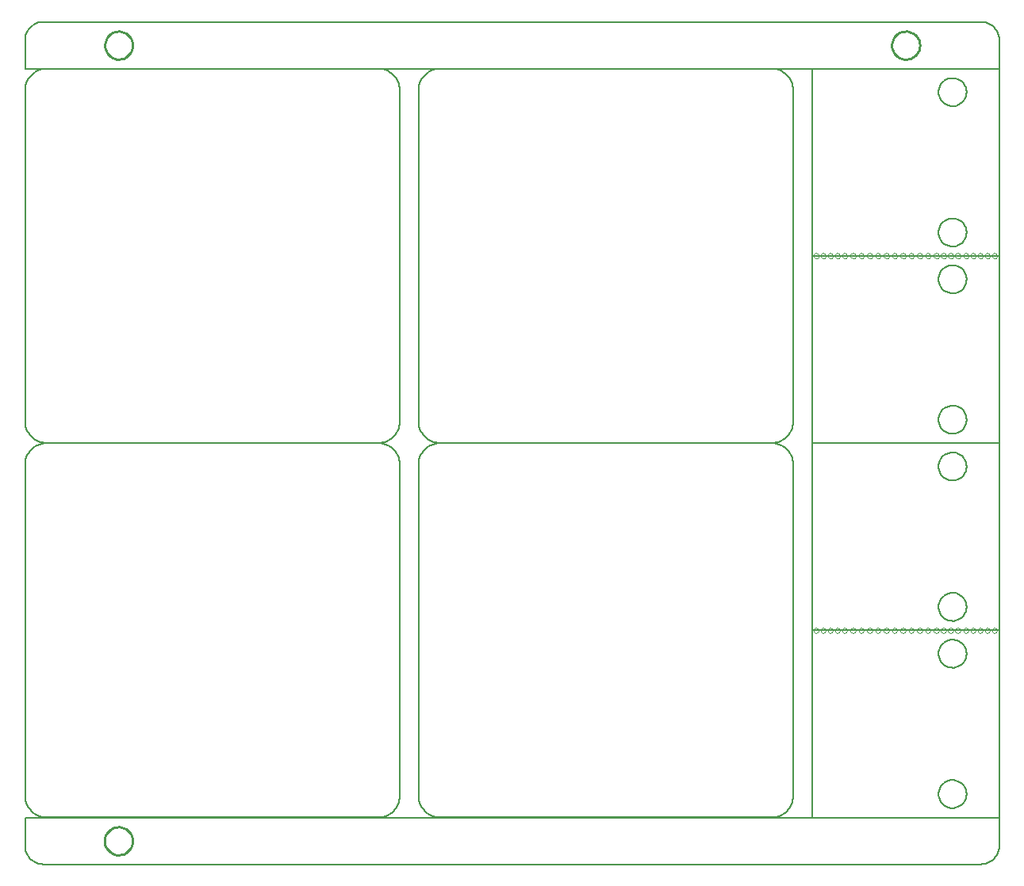
<source format=gko>
G04 Layer_Color=16711935*
%FSLAX25Y25*%
%MOIN*%
G70*
G01*
G75*
%ADD35C,0.01000*%
%ADD49C,0.00500*%
%ADD53C,0.00394*%
%ADD82C,0.00512*%
D35*
X218504Y167323D02*
X218419Y168321D01*
X218167Y169290D01*
X217754Y170203D01*
X217193Y171033D01*
X216500Y171756D01*
X215695Y172352D01*
X214800Y172802D01*
X213843Y173096D01*
X212849Y173223D01*
X211848Y173180D01*
X210869Y172969D01*
X209940Y172596D01*
X209087Y172071D01*
X208335Y171409D01*
X207706Y170630D01*
X207217Y169755D01*
X206884Y168811D01*
X206714Y167824D01*
Y166822D01*
X206884Y165835D01*
X207217Y164890D01*
X207706Y164016D01*
X208335Y163237D01*
X209087Y162575D01*
X209940Y162050D01*
X210869Y161676D01*
X211848Y161465D01*
X212849Y161423D01*
X213843Y161550D01*
X214800Y161843D01*
X215695Y162294D01*
X216500Y162890D01*
X217193Y163613D01*
X217754Y164443D01*
X218167Y165356D01*
X218419Y166325D01*
X218504Y167323D01*
X-112205D02*
X-112290Y168321D01*
X-112542Y169290D01*
X-112955Y170203D01*
X-113515Y171033D01*
X-114209Y171756D01*
X-115014Y172352D01*
X-115908Y172802D01*
X-116866Y173096D01*
X-117860Y173223D01*
X-118860Y173180D01*
X-119840Y172969D01*
X-120769Y172596D01*
X-121622Y172071D01*
X-122374Y171409D01*
X-123003Y170630D01*
X-123492Y169755D01*
X-123825Y168811D01*
X-123995Y167824D01*
Y166822D01*
X-123825Y165835D01*
X-123492Y164890D01*
X-123003Y164016D01*
X-122374Y163237D01*
X-121622Y162575D01*
X-120769Y162050D01*
X-119840Y161676D01*
X-118860Y161465D01*
X-117860Y161423D01*
X-116866Y161550D01*
X-115908Y161843D01*
X-115014Y162294D01*
X-114209Y162890D01*
X-113515Y163613D01*
X-112955Y164443D01*
X-112542Y165356D01*
X-112290Y166325D01*
X-112205Y167323D01*
X-112224Y-167342D02*
X-112309Y-166344D01*
X-112562Y-165375D01*
X-112974Y-164462D01*
X-113535Y-163633D01*
X-114228Y-162909D01*
X-115034Y-162314D01*
X-115928Y-161863D01*
X-116886Y-161570D01*
X-117879Y-161442D01*
X-118880Y-161485D01*
X-119859Y-161696D01*
X-120789Y-162069D01*
X-121642Y-162594D01*
X-122393Y-163256D01*
X-123023Y-164036D01*
X-123511Y-164910D01*
X-123845Y-165855D01*
X-124014Y-166842D01*
Y-167843D01*
X-123845Y-168831D01*
X-123511Y-169775D01*
X-123023Y-170650D01*
X-122393Y-171429D01*
X-121642Y-172090D01*
X-120789Y-172616D01*
X-119859Y-172989D01*
X-118880Y-173200D01*
X-117879Y-173243D01*
X-116886Y-173116D01*
X-115928Y-172822D01*
X-115034Y-172371D01*
X-114228Y-171776D01*
X-113535Y-171053D01*
X-112974Y-170223D01*
X-112562Y-169310D01*
X-112309Y-168341D01*
X-112224Y-167342D01*
D49*
X7874Y-148425D02*
X7931Y-149439D01*
X8101Y-150440D01*
X8382Y-151416D01*
X8771Y-152354D01*
X9262Y-153243D01*
X9849Y-154071D01*
X10526Y-154828D01*
X11283Y-155505D01*
X12111Y-156092D01*
X13000Y-156584D01*
X13938Y-156972D01*
X14914Y-157253D01*
X15915Y-157423D01*
X16929Y-157480D01*
X156299D02*
X157313Y-157423D01*
X158314Y-157253D01*
X159290Y-156972D01*
X160228Y-156584D01*
X161117Y-156092D01*
X161945Y-155505D01*
X162702Y-154828D01*
X163379Y-154071D01*
X163966Y-153243D01*
X164458Y-152354D01*
X164846Y-151416D01*
X165127Y-150440D01*
X165297Y-149439D01*
X165354Y-148425D01*
Y-9055D02*
X165297Y-8041D01*
X165127Y-7040D01*
X164846Y-6064D01*
X164458Y-5126D01*
X163966Y-4237D01*
X163379Y-3409D01*
X162702Y-2652D01*
X161945Y-1976D01*
X161117Y-1388D01*
X160228Y-897D01*
X159290Y-508D01*
X158314Y-227D01*
X157313Y-57D01*
X156299Y0D01*
X16929D02*
X15915Y-57D01*
X14914Y-227D01*
X13938Y-508D01*
X13000Y-897D01*
X12111Y-1388D01*
X11283Y-1976D01*
X10526Y-2652D01*
X9849Y-3409D01*
X9262Y-4237D01*
X8771Y-5126D01*
X8382Y-6064D01*
X8101Y-7040D01*
X7931Y-8041D01*
X7874Y-9055D01*
Y9055D02*
X7931Y8041D01*
X8101Y7040D01*
X8382Y6064D01*
X8771Y5126D01*
X9262Y4237D01*
X9849Y3409D01*
X10526Y2652D01*
X11283Y1976D01*
X12111Y1388D01*
X13000Y897D01*
X13938Y508D01*
X14914Y227D01*
X15915Y57D01*
X16929Y-0D01*
X156299D02*
X157313Y57D01*
X158314Y227D01*
X159290Y508D01*
X160228Y897D01*
X161117Y1388D01*
X161945Y1976D01*
X162702Y2652D01*
X163379Y3409D01*
X163966Y4237D01*
X164458Y5126D01*
X164846Y6064D01*
X165127Y7040D01*
X165297Y8041D01*
X165354Y9055D01*
Y148425D02*
X165297Y149439D01*
X165127Y150440D01*
X164846Y151416D01*
X164458Y152354D01*
X163966Y153243D01*
X163379Y154071D01*
X162702Y154828D01*
X161945Y155505D01*
X161117Y156092D01*
X160228Y156584D01*
X159290Y156972D01*
X158314Y157253D01*
X157313Y157423D01*
X156299Y157480D01*
X16929D02*
X15915Y157423D01*
X14914Y157253D01*
X13938Y156972D01*
X13000Y156584D01*
X12111Y156092D01*
X11283Y155505D01*
X10526Y154828D01*
X9849Y154071D01*
X9262Y153243D01*
X8771Y152354D01*
X8382Y151416D01*
X8101Y150440D01*
X7931Y149439D01*
X7874Y148425D01*
X-157480Y9055D02*
X-157423Y8041D01*
X-157253Y7040D01*
X-156972Y6064D01*
X-156584Y5126D01*
X-156093Y4237D01*
X-155505Y3409D01*
X-154828Y2652D01*
X-154071Y1976D01*
X-153243Y1388D01*
X-152354Y897D01*
X-151416Y508D01*
X-150440Y227D01*
X-149439Y57D01*
X-148425Y-0D01*
X-9055D02*
X-8041Y57D01*
X-7040Y227D01*
X-6064Y508D01*
X-5126Y897D01*
X-4237Y1388D01*
X-3409Y1976D01*
X-2652Y2652D01*
X-1976Y3409D01*
X-1388Y4237D01*
X-897Y5126D01*
X-508Y6064D01*
X-227Y7040D01*
X-57Y8041D01*
X0Y9055D01*
Y148425D02*
X-57Y149439D01*
X-227Y150440D01*
X-508Y151416D01*
X-897Y152354D01*
X-1388Y153243D01*
X-1976Y154071D01*
X-2652Y154828D01*
X-3409Y155505D01*
X-4237Y156092D01*
X-5126Y156584D01*
X-6064Y156972D01*
X-7040Y157253D01*
X-8041Y157423D01*
X-9055Y157480D01*
X-148425D02*
X-149439Y157423D01*
X-150440Y157253D01*
X-151416Y156972D01*
X-152354Y156584D01*
X-153243Y156092D01*
X-154071Y155505D01*
X-154828Y154828D01*
X-155505Y154071D01*
X-156093Y153243D01*
X-156584Y152354D01*
X-156972Y151416D01*
X-157253Y150440D01*
X-157423Y149439D01*
X-157480Y148425D01*
X-148425Y0D02*
X-149439Y-57D01*
X-150440Y-227D01*
X-151416Y-508D01*
X-152354Y-897D01*
X-153243Y-1388D01*
X-154071Y-1976D01*
X-154828Y-2652D01*
X-155505Y-3409D01*
X-156093Y-4237D01*
X-156584Y-5126D01*
X-156972Y-6064D01*
X-157253Y-7040D01*
X-157423Y-8041D01*
X-157480Y-9055D01*
X0D02*
X-57Y-8041D01*
X-227Y-7040D01*
X-508Y-6064D01*
X-897Y-5126D01*
X-1388Y-4237D01*
X-1976Y-3409D01*
X-2652Y-2652D01*
X-3409Y-1976D01*
X-4237Y-1388D01*
X-5126Y-897D01*
X-6064Y-508D01*
X-7040Y-227D01*
X-8041Y-57D01*
X-9055Y0D01*
Y-157480D02*
X-8041Y-157423D01*
X-7040Y-157253D01*
X-6064Y-156972D01*
X-5126Y-156584D01*
X-4237Y-156092D01*
X-3409Y-155505D01*
X-2652Y-154828D01*
X-1976Y-154071D01*
X-1388Y-153243D01*
X-897Y-152354D01*
X-508Y-151416D01*
X-227Y-150440D01*
X-57Y-149439D01*
X0Y-148425D01*
X-157480Y-148425D02*
X-157423Y-149439D01*
X-157253Y-150440D01*
X-156972Y-151416D01*
X-156584Y-152354D01*
X-156093Y-153243D01*
X-155505Y-154071D01*
X-154828Y-154828D01*
X-154071Y-155505D01*
X-153243Y-156092D01*
X-152354Y-156584D01*
X-151416Y-156972D01*
X-150440Y-157253D01*
X-149439Y-157423D01*
X-148425Y-157480D01*
X238189Y-9862D02*
X238104Y-8864D01*
X237852Y-7895D01*
X237439Y-6982D01*
X236878Y-6152D01*
X236185Y-5429D01*
X235380Y-4834D01*
X234485Y-4383D01*
X233528Y-4089D01*
X232534Y-3962D01*
X231533Y-4005D01*
X230554Y-4216D01*
X229625Y-4589D01*
X228772Y-5114D01*
X228020Y-5776D01*
X227391Y-6555D01*
X226902Y-7430D01*
X226569Y-8374D01*
X226399Y-9361D01*
Y-10363D01*
X226569Y-11350D01*
X226902Y-12295D01*
X227391Y-13169D01*
X228020Y-13949D01*
X228772Y-14610D01*
X229625Y-15135D01*
X230554Y-15509D01*
X231533Y-15720D01*
X232534Y-15762D01*
X233528Y-15635D01*
X234485Y-15342D01*
X235380Y-14891D01*
X236185Y-14295D01*
X236878Y-13572D01*
X237439Y-12742D01*
X237852Y-11830D01*
X238104Y-10860D01*
X238189Y-9862D01*
Y-68917D02*
X238104Y-67919D01*
X237852Y-66950D01*
X237439Y-66037D01*
X236878Y-65207D01*
X236185Y-64484D01*
X235380Y-63889D01*
X234485Y-63438D01*
X233528Y-63144D01*
X232534Y-63017D01*
X231533Y-63060D01*
X230554Y-63271D01*
X229625Y-63644D01*
X228772Y-64169D01*
X228020Y-64831D01*
X227391Y-65610D01*
X226902Y-66485D01*
X226569Y-67429D01*
X226399Y-68417D01*
Y-69418D01*
X226569Y-70405D01*
X226902Y-71350D01*
X227391Y-72224D01*
X228020Y-73004D01*
X228772Y-73665D01*
X229625Y-74190D01*
X230554Y-74564D01*
X231533Y-74775D01*
X232534Y-74818D01*
X233528Y-74690D01*
X234485Y-74397D01*
X235380Y-73946D01*
X236185Y-73350D01*
X236878Y-72627D01*
X237439Y-71797D01*
X237852Y-70885D01*
X238104Y-69915D01*
X238189Y-68917D01*
Y-147658D02*
X238104Y-146659D01*
X237852Y-145690D01*
X237439Y-144777D01*
X236878Y-143948D01*
X236185Y-143224D01*
X235380Y-142629D01*
X234485Y-142178D01*
X233528Y-141885D01*
X232534Y-141757D01*
X231533Y-141800D01*
X230554Y-142011D01*
X229625Y-142384D01*
X228772Y-142910D01*
X228020Y-143571D01*
X227391Y-144351D01*
X226902Y-145225D01*
X226569Y-146169D01*
X226399Y-147157D01*
Y-148158D01*
X226569Y-149146D01*
X226902Y-150090D01*
X227391Y-150964D01*
X228020Y-151744D01*
X228772Y-152406D01*
X229625Y-152931D01*
X230554Y-153304D01*
X231533Y-153515D01*
X232534Y-153558D01*
X233528Y-153430D01*
X234485Y-153137D01*
X235380Y-152686D01*
X236185Y-152091D01*
X236878Y-151367D01*
X237439Y-150538D01*
X237852Y-149625D01*
X238104Y-148655D01*
X238189Y-147658D01*
Y-88602D02*
X238104Y-87604D01*
X237852Y-86635D01*
X237439Y-85722D01*
X236878Y-84892D01*
X236185Y-84169D01*
X235380Y-83574D01*
X234485Y-83123D01*
X233528Y-82829D01*
X232534Y-82702D01*
X231533Y-82745D01*
X230554Y-82956D01*
X229625Y-83329D01*
X228772Y-83854D01*
X228020Y-84516D01*
X227391Y-85295D01*
X226902Y-86170D01*
X226569Y-87114D01*
X226399Y-88102D01*
Y-89103D01*
X226569Y-90090D01*
X226902Y-91035D01*
X227391Y-91909D01*
X228020Y-92689D01*
X228772Y-93350D01*
X229625Y-93875D01*
X230554Y-94249D01*
X231533Y-94460D01*
X232534Y-94503D01*
X233528Y-94375D01*
X234485Y-94082D01*
X235380Y-93631D01*
X236185Y-93036D01*
X236878Y-92312D01*
X237439Y-91482D01*
X237852Y-90570D01*
X238104Y-89600D01*
X238189Y-88602D01*
Y147618D02*
X238104Y148616D01*
X237852Y149585D01*
X237439Y150498D01*
X236878Y151328D01*
X236185Y152051D01*
X235380Y152647D01*
X234485Y153098D01*
X233528Y153391D01*
X232534Y153518D01*
X231533Y153476D01*
X230554Y153265D01*
X229625Y152891D01*
X228772Y152366D01*
X228020Y151704D01*
X227391Y150925D01*
X226902Y150051D01*
X226569Y149106D01*
X226399Y148119D01*
Y147117D01*
X226569Y146130D01*
X226902Y145186D01*
X227391Y144311D01*
X228020Y143532D01*
X228772Y142870D01*
X229625Y142345D01*
X230554Y141972D01*
X231533Y141760D01*
X232534Y141718D01*
X233528Y141845D01*
X234485Y142138D01*
X235380Y142589D01*
X236185Y143185D01*
X236878Y143908D01*
X237439Y144738D01*
X237852Y145651D01*
X238104Y146620D01*
X238189Y147618D01*
Y88563D02*
X238104Y89561D01*
X237852Y90530D01*
X237439Y91443D01*
X236878Y92273D01*
X236185Y92996D01*
X235380Y93592D01*
X234485Y94043D01*
X233528Y94336D01*
X232534Y94463D01*
X231533Y94421D01*
X230554Y94210D01*
X229625Y93836D01*
X228772Y93311D01*
X228020Y92649D01*
X227391Y91870D01*
X226902Y90996D01*
X226569Y90051D01*
X226399Y89064D01*
Y88062D01*
X226569Y87075D01*
X226902Y86130D01*
X227391Y85256D01*
X228020Y84477D01*
X228772Y83815D01*
X229625Y83290D01*
X230554Y82916D01*
X231533Y82705D01*
X232534Y82663D01*
X233528Y82790D01*
X234485Y83083D01*
X235380Y83534D01*
X236185Y84130D01*
X236878Y84853D01*
X237439Y85683D01*
X237852Y86596D01*
X238104Y87565D01*
X238189Y88563D01*
Y9823D02*
X238104Y10821D01*
X237852Y11790D01*
X237439Y12703D01*
X236878Y13533D01*
X236185Y14256D01*
X235380Y14852D01*
X234485Y15303D01*
X233528Y15596D01*
X232534Y15723D01*
X231533Y15680D01*
X230554Y15470D01*
X229625Y15096D01*
X228772Y14571D01*
X228020Y13909D01*
X227391Y13130D01*
X226902Y12255D01*
X226569Y11311D01*
X226399Y10324D01*
Y9322D01*
X226569Y8335D01*
X226902Y7390D01*
X227391Y6516D01*
X228020Y5737D01*
X228772Y5075D01*
X229625Y4550D01*
X230554Y4176D01*
X231533Y3965D01*
X232534Y3923D01*
X233528Y4050D01*
X234485Y4343D01*
X235380Y4794D01*
X236185Y5390D01*
X236878Y6113D01*
X237439Y6943D01*
X237852Y7856D01*
X238104Y8825D01*
X238189Y9823D01*
Y68878D02*
X238104Y69876D01*
X237852Y70845D01*
X237439Y71758D01*
X236878Y72588D01*
X236185Y73311D01*
X235380Y73907D01*
X234485Y74358D01*
X233528Y74651D01*
X232534Y74778D01*
X231533Y74736D01*
X230554Y74525D01*
X229625Y74151D01*
X228772Y73626D01*
X228020Y72964D01*
X227391Y72185D01*
X226902Y71310D01*
X226569Y70366D01*
X226399Y69379D01*
Y68377D01*
X226569Y67390D01*
X226902Y66445D01*
X227391Y65571D01*
X228020Y64792D01*
X228772Y64130D01*
X229625Y63605D01*
X230554Y63231D01*
X231533Y63020D01*
X232534Y62978D01*
X233528Y63105D01*
X234485Y63398D01*
X235380Y63849D01*
X236185Y64445D01*
X236878Y65168D01*
X237439Y65998D01*
X237852Y66911D01*
X238104Y67880D01*
X238189Y68878D01*
X103524Y-157500D02*
X242894D01*
X-157500Y-157500D02*
X236201D01*
X239968D02*
X251949D01*
X-157480Y157480D02*
X-145500D01*
X251969D02*
Y169291D01*
X-149606Y177165D02*
X244094D01*
X-157480Y157480D02*
Y169291D01*
X-141732Y157480D02*
X251969D01*
X-157500Y-169311D02*
Y-157500D01*
X-149626Y-177185D02*
X244094D01*
X251969Y-169311D02*
Y-157500D01*
X16929Y-157480D02*
X156299D01*
X165354Y-148425D02*
Y-9055D01*
X16929Y0D02*
X156299D01*
X7874Y-148425D02*
Y-9055D01*
X16929Y-0D02*
X156299D01*
X165354Y9055D02*
Y148425D01*
X16929Y157480D02*
X156299D01*
X7874Y9055D02*
Y148425D01*
X-148425Y-0D02*
X-9055D01*
X0Y9055D02*
Y148425D01*
X-148425Y157480D02*
X-9055D01*
X-157480Y9055D02*
Y148425D01*
Y-148425D02*
Y-9055D01*
X-148425Y0D02*
X-9055D01*
X0Y-148425D02*
Y-9055D01*
X-148425Y-157480D02*
X-9055D01*
X173228Y-20D02*
X251969D01*
Y-78760D02*
Y-20D01*
X173228Y-78760D02*
X251969D01*
X173228D02*
Y-20D01*
Y-157500D02*
Y-78760D01*
Y-157500D02*
X251969D01*
Y-78760D01*
X173228D02*
X251969D01*
X173228Y157461D02*
X251969D01*
Y78720D02*
Y157461D01*
X173228Y78720D02*
X251969D01*
X173228D02*
Y157461D01*
Y-20D02*
Y78720D01*
Y-20D02*
X251969D01*
Y78720D01*
X173228D02*
X251969D01*
D53*
X216150Y-78760D02*
X215705Y-77836D01*
X214706Y-77608D01*
X213904Y-78247D01*
Y-79272D01*
X214706Y-79911D01*
X215705Y-79683D01*
X216150Y-78760D01*
X212650D02*
X212205Y-77836D01*
X211206Y-77608D01*
X210404Y-78247D01*
Y-79272D01*
X211206Y-79911D01*
X212205Y-79683D01*
X212650Y-78760D01*
X209150D02*
X208705Y-77836D01*
X207706Y-77608D01*
X206904Y-78247D01*
Y-79272D01*
X207706Y-79911D01*
X208705Y-79683D01*
X209150Y-78760D01*
X205650D02*
X205205Y-77836D01*
X204206Y-77608D01*
X203404Y-78247D01*
Y-79272D01*
X204206Y-79911D01*
X205205Y-79683D01*
X205650Y-78760D01*
X202150D02*
X201705Y-77836D01*
X200706Y-77608D01*
X199904Y-78247D01*
Y-79272D01*
X200706Y-79911D01*
X201705Y-79683D01*
X202150Y-78760D01*
X198650D02*
X198205Y-77836D01*
X197206Y-77608D01*
X196404Y-78247D01*
Y-79272D01*
X197206Y-79911D01*
X198205Y-79683D01*
X198650Y-78760D01*
X195150D02*
X194705Y-77836D01*
X193706Y-77608D01*
X192904Y-78247D01*
Y-79272D01*
X193706Y-79911D01*
X194705Y-79683D01*
X195150Y-78760D01*
X191650D02*
X191205Y-77836D01*
X190206Y-77608D01*
X189404Y-78247D01*
Y-79272D01*
X190206Y-79911D01*
X191205Y-79683D01*
X191650Y-78760D01*
X188150D02*
X187705Y-77836D01*
X186706Y-77608D01*
X185904Y-78247D01*
Y-79272D01*
X186706Y-79911D01*
X187705Y-79683D01*
X188150Y-78760D01*
X185150D02*
X184705Y-77836D01*
X183706Y-77608D01*
X182904Y-78247D01*
Y-79272D01*
X183706Y-79911D01*
X184705Y-79683D01*
X185150Y-78760D01*
X182150D02*
X181705Y-77836D01*
X180706Y-77608D01*
X179904Y-78247D01*
Y-79272D01*
X180706Y-79911D01*
X181705Y-79683D01*
X182150Y-78760D01*
X179150D02*
X178705Y-77836D01*
X177706Y-77608D01*
X176904Y-78247D01*
Y-79272D01*
X177706Y-79911D01*
X178705Y-79683D01*
X179150Y-78760D01*
X219650D02*
X219205Y-77836D01*
X218206Y-77608D01*
X217404Y-78247D01*
Y-79272D01*
X218206Y-79911D01*
X219205Y-79683D01*
X219650Y-78760D01*
X223150D02*
X222705Y-77836D01*
X221706Y-77608D01*
X220904Y-78247D01*
Y-79272D01*
X221706Y-79911D01*
X222705Y-79683D01*
X223150Y-78760D01*
X226650D02*
X226205Y-77836D01*
X225206Y-77608D01*
X224404Y-78247D01*
Y-79272D01*
X225206Y-79911D01*
X226205Y-79683D01*
X226650Y-78760D01*
X229650D02*
X229205Y-77836D01*
X228206Y-77608D01*
X227404Y-78247D01*
Y-79272D01*
X228206Y-79911D01*
X229205Y-79683D01*
X229650Y-78760D01*
X232650D02*
X232205Y-77836D01*
X231206Y-77608D01*
X230404Y-78247D01*
Y-79272D01*
X231206Y-79911D01*
X232205Y-79683D01*
X232650Y-78760D01*
X235650D02*
X235205Y-77836D01*
X234206Y-77608D01*
X233404Y-78247D01*
Y-79272D01*
X234206Y-79911D01*
X235205Y-79683D01*
X235650Y-78760D01*
X239150D02*
X238705Y-77836D01*
X237706Y-77608D01*
X236904Y-78247D01*
Y-79272D01*
X237706Y-79911D01*
X238705Y-79683D01*
X239150Y-78760D01*
X242150D02*
X241705Y-77836D01*
X240706Y-77608D01*
X239904Y-78247D01*
Y-79272D01*
X240706Y-79911D01*
X241705Y-79683D01*
X242150Y-78760D01*
X245150D02*
X244705Y-77836D01*
X243706Y-77608D01*
X242904Y-78247D01*
Y-79272D01*
X243706Y-79911D01*
X244705Y-79683D01*
X245150Y-78760D01*
X248150D02*
X247705Y-77836D01*
X246706Y-77608D01*
X245904Y-78247D01*
Y-79272D01*
X246706Y-79911D01*
X247705Y-79683D01*
X248150Y-78760D01*
X251150D02*
X250705Y-77836D01*
X249706Y-77608D01*
X248904Y-78247D01*
Y-79272D01*
X249706Y-79911D01*
X250705Y-79683D01*
X251150Y-78760D01*
X176250D02*
X175805Y-77836D01*
X174806Y-77608D01*
X174004Y-78247D01*
Y-79272D01*
X174806Y-79911D01*
X175805Y-79683D01*
X176250Y-78760D01*
X216150Y78720D02*
X215705Y79644D01*
X214706Y79872D01*
X213904Y79233D01*
Y78208D01*
X214706Y77569D01*
X215705Y77797D01*
X216150Y78720D01*
X212650D02*
X212205Y79644D01*
X211206Y79872D01*
X210404Y79233D01*
Y78208D01*
X211206Y77569D01*
X212205Y77797D01*
X212650Y78720D01*
X209150D02*
X208705Y79644D01*
X207706Y79872D01*
X206904Y79233D01*
Y78208D01*
X207706Y77569D01*
X208705Y77797D01*
X209150Y78720D01*
X205650D02*
X205205Y79644D01*
X204206Y79872D01*
X203404Y79233D01*
Y78208D01*
X204206Y77569D01*
X205205Y77797D01*
X205650Y78720D01*
X202150D02*
X201705Y79644D01*
X200706Y79872D01*
X199904Y79233D01*
Y78208D01*
X200706Y77569D01*
X201705Y77797D01*
X202150Y78720D01*
X198650D02*
X198205Y79644D01*
X197206Y79872D01*
X196404Y79233D01*
Y78208D01*
X197206Y77569D01*
X198205Y77797D01*
X198650Y78720D01*
X195150D02*
X194705Y79644D01*
X193706Y79872D01*
X192904Y79233D01*
Y78208D01*
X193706Y77569D01*
X194705Y77797D01*
X195150Y78720D01*
X191650D02*
X191205Y79644D01*
X190206Y79872D01*
X189404Y79233D01*
Y78208D01*
X190206Y77569D01*
X191205Y77797D01*
X191650Y78720D01*
X188150D02*
X187705Y79644D01*
X186706Y79872D01*
X185904Y79233D01*
Y78208D01*
X186706Y77569D01*
X187705Y77797D01*
X188150Y78720D01*
X185150D02*
X184705Y79644D01*
X183706Y79872D01*
X182904Y79233D01*
Y78208D01*
X183706Y77569D01*
X184705Y77797D01*
X185150Y78720D01*
X182150D02*
X181705Y79644D01*
X180706Y79872D01*
X179904Y79233D01*
Y78208D01*
X180706Y77569D01*
X181705Y77797D01*
X182150Y78720D01*
X179150D02*
X178705Y79644D01*
X177706Y79872D01*
X176904Y79233D01*
Y78208D01*
X177706Y77569D01*
X178705Y77797D01*
X179150Y78720D01*
X219650D02*
X219205Y79644D01*
X218206Y79872D01*
X217404Y79233D01*
Y78208D01*
X218206Y77569D01*
X219205Y77797D01*
X219650Y78720D01*
X223150D02*
X222705Y79644D01*
X221706Y79872D01*
X220904Y79233D01*
Y78208D01*
X221706Y77569D01*
X222705Y77797D01*
X223150Y78720D01*
X226650D02*
X226205Y79644D01*
X225206Y79872D01*
X224404Y79233D01*
Y78208D01*
X225206Y77569D01*
X226205Y77797D01*
X226650Y78720D01*
X229650D02*
X229205Y79644D01*
X228206Y79872D01*
X227404Y79233D01*
Y78208D01*
X228206Y77569D01*
X229205Y77797D01*
X229650Y78720D01*
X232650D02*
X232205Y79644D01*
X231206Y79872D01*
X230404Y79233D01*
Y78208D01*
X231206Y77569D01*
X232205Y77797D01*
X232650Y78720D01*
X235650D02*
X235205Y79644D01*
X234206Y79872D01*
X233404Y79233D01*
Y78208D01*
X234206Y77569D01*
X235205Y77797D01*
X235650Y78720D01*
X239150D02*
X238705Y79644D01*
X237706Y79872D01*
X236904Y79233D01*
Y78208D01*
X237706Y77569D01*
X238705Y77797D01*
X239150Y78720D01*
X242150D02*
X241705Y79644D01*
X240706Y79872D01*
X239904Y79233D01*
Y78208D01*
X240706Y77569D01*
X241705Y77797D01*
X242150Y78720D01*
X245150D02*
X244705Y79644D01*
X243706Y79872D01*
X242904Y79233D01*
Y78208D01*
X243706Y77569D01*
X244705Y77797D01*
X245150Y78720D01*
X248150D02*
X247705Y79644D01*
X246706Y79872D01*
X245904Y79233D01*
Y78208D01*
X246706Y77569D01*
X247705Y77797D01*
X248150Y78720D01*
X251150D02*
X250705Y79644D01*
X249706Y79872D01*
X248904Y79233D01*
Y78208D01*
X249706Y77569D01*
X250705Y77797D01*
X251150Y78720D01*
X176250D02*
X175805Y79644D01*
X174806Y79872D01*
X174004Y79233D01*
Y78208D01*
X174806Y77569D01*
X175805Y77797D01*
X176250Y78720D01*
D82*
X-149606Y177165D02*
X-150634Y177098D01*
X-151644Y176897D01*
X-152620Y176566D01*
X-153543Y176110D01*
X-154400Y175538D01*
X-155174Y174859D01*
X-155853Y174085D01*
X-156425Y173228D01*
X-156881Y172305D01*
X-157212Y171329D01*
X-157413Y170319D01*
X-157480Y169291D01*
X251969D02*
X251901Y170319D01*
X251700Y171329D01*
X251369Y172305D01*
X250914Y173228D01*
X250341Y174085D01*
X249662Y174859D01*
X248888Y175538D01*
X248031Y176110D01*
X247108Y176566D01*
X246132Y176897D01*
X245122Y177098D01*
X244094Y177165D01*
X244094Y-177185D02*
X245122Y-177118D01*
X246132Y-176917D01*
X247108Y-176586D01*
X248031Y-176130D01*
X248888Y-175558D01*
X249662Y-174879D01*
X250341Y-174104D01*
X250914Y-173248D01*
X251369Y-172324D01*
X251700Y-171349D01*
X251901Y-170339D01*
X251969Y-169311D01*
X-157500D02*
X-157433Y-170339D01*
X-157232Y-171349D01*
X-156901Y-172324D01*
X-156445Y-173248D01*
X-155873Y-174104D01*
X-155194Y-174879D01*
X-154419Y-175558D01*
X-153563Y-176130D01*
X-152639Y-176586D01*
X-151664Y-176917D01*
X-150654Y-177118D01*
X-149626Y-177185D01*
M02*

</source>
